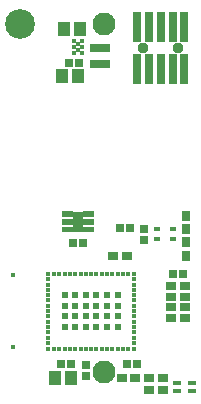
<source format=gts>
G04*
G04 #@! TF.GenerationSoftware,Altium Limited,Altium Designer,22.8.2 (66)*
G04*
G04 Layer_Color=8388736*
%FSLAX44Y44*%
%MOMM*%
G71*
G04*
G04 #@! TF.SameCoordinates,1C822ADC-4D7C-47C7-80CC-BC155C960612*
G04*
G04*
G04 #@! TF.FilePolarity,Negative*
G04*
G01*
G75*
%ADD14R,0.3500X0.3500*%
%ADD15R,0.3000X0.3500*%
%ADD16R,0.3500X0.3000*%
%ADD17R,0.6000X0.6000*%
%ADD18R,0.4300X0.4300*%
%ADD27R,0.7000X0.4000*%
%ADD29R,0.5000X0.3000*%
%ADD31R,0.7100X2.5500*%
%ADD32R,0.7500X0.7900*%
%ADD33R,0.9000X0.7500*%
%ADD34C,0.4000*%
%ADD35R,1.0500X1.1500*%
%ADD36R,1.7500X0.8000*%
%ADD37R,0.9500X0.6500*%
%ADD38R,0.7500X0.9000*%
%ADD39R,0.7900X0.7500*%
%ADD40C,2.5100*%
%ADD41C,1.9350*%
%ADD42C,0.9500*%
G36*
X1622360Y411440D02*
Y406740D01*
X1631360D01*
Y404940D01*
X1622360D01*
Y400240D01*
X1631360D01*
Y398440D01*
X1622360D01*
Y393740D01*
X1631360D01*
Y394340D01*
X1640160D01*
Y393740D01*
X1649160D01*
Y398440D01*
X1640160D01*
Y400240D01*
X1649160D01*
Y404940D01*
X1640160D01*
Y406740D01*
X1649160D01*
Y411440D01*
X1640160D01*
Y410840D01*
X1631360D01*
Y411440D01*
X1622360D01*
D02*
G37*
D14*
X1610470Y295330D02*
D03*
Y358830D02*
D03*
X1682970Y295330D02*
D03*
Y358830D02*
D03*
D15*
X1615220Y295330D02*
D03*
X1619720D02*
D03*
X1624220D02*
D03*
X1628720D02*
D03*
X1633220D02*
D03*
X1637720D02*
D03*
X1642220D02*
D03*
X1646720D02*
D03*
X1651220D02*
D03*
X1655720D02*
D03*
X1660220D02*
D03*
X1664720D02*
D03*
X1669220D02*
D03*
X1673720D02*
D03*
X1678220D02*
D03*
Y358830D02*
D03*
X1673720D02*
D03*
X1669220D02*
D03*
X1664720D02*
D03*
X1660220D02*
D03*
X1655720D02*
D03*
X1651220D02*
D03*
X1646720D02*
D03*
X1642220D02*
D03*
X1637720D02*
D03*
X1633220D02*
D03*
X1628720D02*
D03*
X1624220D02*
D03*
X1619720D02*
D03*
X1615220D02*
D03*
D16*
X1682970Y300080D02*
D03*
Y304580D02*
D03*
Y309080D02*
D03*
Y313580D02*
D03*
Y318080D02*
D03*
Y322580D02*
D03*
Y327080D02*
D03*
Y331580D02*
D03*
Y336080D02*
D03*
Y340580D02*
D03*
Y345080D02*
D03*
Y349580D02*
D03*
Y354080D02*
D03*
X1610470D02*
D03*
Y349580D02*
D03*
Y345080D02*
D03*
Y340580D02*
D03*
Y336080D02*
D03*
Y331580D02*
D03*
Y327080D02*
D03*
Y322580D02*
D03*
Y318080D02*
D03*
Y313580D02*
D03*
Y309080D02*
D03*
Y304580D02*
D03*
Y300080D02*
D03*
D17*
X1624220Y313580D02*
D03*
X1633220D02*
D03*
X1642220D02*
D03*
X1651220D02*
D03*
X1660220D02*
D03*
X1669220D02*
D03*
Y340580D02*
D03*
X1660220D02*
D03*
X1651220D02*
D03*
X1642220D02*
D03*
X1633220D02*
D03*
X1624220D02*
D03*
X1669220Y322580D02*
D03*
Y331580D02*
D03*
X1624220D02*
D03*
Y322580D02*
D03*
X1633220D02*
D03*
X1642220D02*
D03*
X1651220D02*
D03*
X1660220D02*
D03*
Y331580D02*
D03*
X1651220D02*
D03*
X1642220D02*
D03*
X1633220D02*
D03*
D18*
X1580870Y296580D02*
D03*
Y357580D02*
D03*
D27*
X1719430Y259390D02*
D03*
X1732430D02*
D03*
Y266390D02*
D03*
X1719430D02*
D03*
D29*
X1716420Y396430D02*
D03*
Y388430D02*
D03*
X1702420Y396430D02*
D03*
Y388430D02*
D03*
D31*
X1685610Y531910D02*
D03*
Y567910D02*
D03*
X1695610Y531910D02*
D03*
Y567910D02*
D03*
X1705610Y531910D02*
D03*
Y567910D02*
D03*
X1715610Y531910D02*
D03*
Y567910D02*
D03*
X1725610Y531910D02*
D03*
Y567910D02*
D03*
D32*
X1621200Y281940D02*
D03*
X1630000D02*
D03*
X1685880D02*
D03*
X1677080D02*
D03*
X1631360Y384810D02*
D03*
X1640160D02*
D03*
X1679530Y397510D02*
D03*
X1670730D02*
D03*
X1636350Y537210D02*
D03*
X1627550D02*
D03*
X1715770Y358140D02*
D03*
X1724570D02*
D03*
D33*
X1665570Y373380D02*
D03*
X1677070D02*
D03*
X1696050Y270510D02*
D03*
X1707550D02*
D03*
X1684020D02*
D03*
X1672520D02*
D03*
X1696050Y260350D02*
D03*
X1707550D02*
D03*
D34*
X1632327Y555936D02*
D03*
X1638567D02*
D03*
X1635447Y553437D02*
D03*
X1632327Y550937D02*
D03*
X1638567D02*
D03*
X1635447Y548436D02*
D03*
X1632327Y545936D02*
D03*
X1638567D02*
D03*
D35*
X1623617Y566216D02*
D03*
X1637117D02*
D03*
X1622260Y525780D02*
D03*
X1635760D02*
D03*
X1629810Y270510D02*
D03*
X1616310D02*
D03*
D36*
X1654497Y549706D02*
D03*
Y536207D02*
D03*
D37*
X1713930Y321200D02*
D03*
Y330200D02*
D03*
Y339200D02*
D03*
Y348200D02*
D03*
X1725930D02*
D03*
Y339200D02*
D03*
Y330200D02*
D03*
Y321200D02*
D03*
D38*
X1727200Y407740D02*
D03*
Y396240D02*
D03*
Y373980D02*
D03*
Y385480D02*
D03*
D39*
X1642110Y272460D02*
D03*
Y281260D02*
D03*
X1691640Y396240D02*
D03*
Y387440D02*
D03*
D40*
X1586150Y570210D02*
D03*
D41*
X1657350Y275610D02*
D03*
Y570210D02*
D03*
D42*
X1690610Y549910D02*
D03*
X1720610D02*
D03*
M02*

</source>
